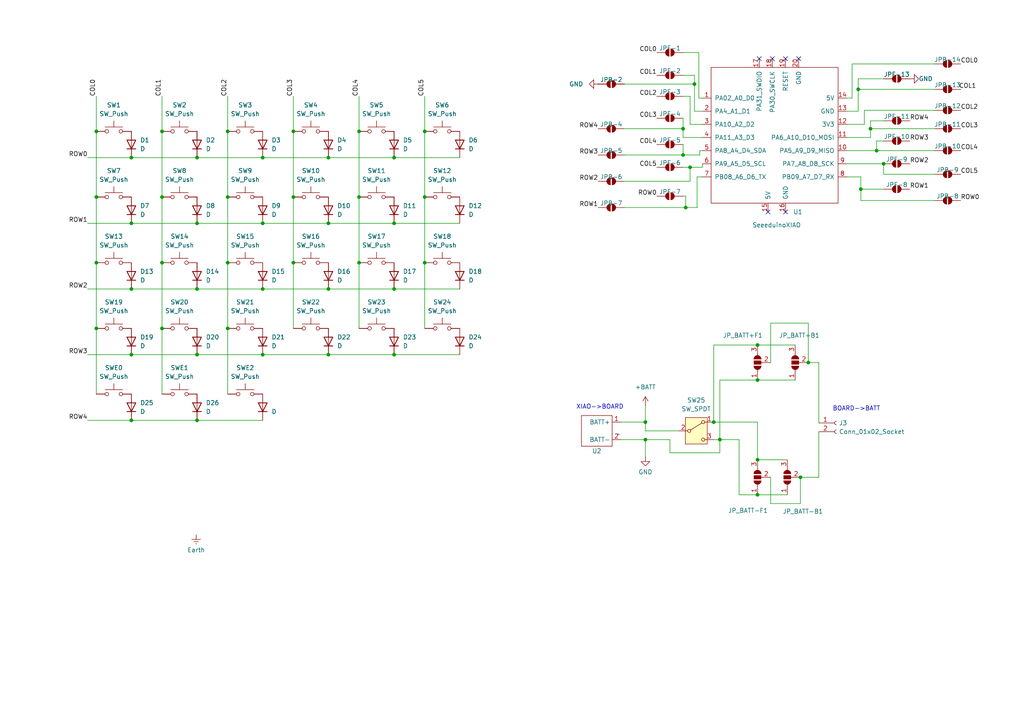
<source format=kicad_sch>
(kicad_sch (version 20231120) (generator "eeschema") (generator_version "8.0")
  (paper "A4")
  (lib_symbols
    (symbol "Connector:Conn_01x02_Socket" (pin_names (offset 1.016) hide)
      (property "Reference" "J" (at 0 2.54 0))
      (property "Value" "Conn_01x02_Socket" (at 0 -5.08 0))
      (symbol "Conn_01x02_Socket_1_1"
        (arc (start 0 -2.032) (mid -0.5058 -2.54) (end 0 -3.048) (stroke (width 0.1524)))
        (polyline (pts (xy -1.27 -2.54) (xy -0.508 -2.54)) (stroke (width 0.1524)))
        (polyline (pts (xy -1.27 0) (xy -0.508 0)) (stroke (width 0.1524)))
        (arc (start 0 0.508) (mid -0.5058 0) (end 0 -0.508) (stroke (width 0.1524)))
        (pin passive line (at -5.08 0 0) (length 3.81) (name "Pin_1") (number "1"))
        (pin passive line (at -5.08 -2.54 0) (length 3.81) (name "Pin_2") (number "2"))
      )
    )
    (symbol "Device:D" (pin_numbers hide) (pin_names (offset 1.016) hide)
      (property "Reference" "D" (at 0 2.54 0))
      (property "Value" "D" (at 0 -2.54 0))
      (symbol "D_0_1"
        (polyline (pts (xy -1.27 1.27) (xy -1.27 -1.27)) (stroke (width 0.254)))
        (polyline (pts (xy 1.27 0) (xy -1.27 0)))
        (polyline (pts (xy 1.27 1.27) (xy 1.27 -1.27) (xy -1.27 0) (xy 1.27 1.27)) (stroke (width 0.254)))
      )
      (symbol "D_1_1"
        (pin passive line (at -3.81 0 0) (length 2.54) (name "K") (number "1"))
        (pin passive line (at 3.81 0 180) (length 2.54) (name "A") (number "2"))
      )
    )
    (symbol "Jumper:SolderJumper_2_Open" (pin_numbers hide) (pin_names (offset 0) hide) (exclude_from_sim yes) (in_bom no)
      (property "Reference" "JP" (at 0 2.032 0))
      (property "Value" "SolderJumper_2_Open" (at 0 -2.54 0))
      (symbol "SolderJumper_2_Open_0_1"
        (arc (start -0.254 1.016) (mid -1.2656 0) (end -0.254 -1.016))
        (arc (start -0.254 1.016) (mid -1.2656 0) (end -0.254 -1.016) (fill (type outline)))
        (polyline (pts (xy -0.254 1.016) (xy -0.254 -1.016)))
        (polyline (pts (xy 0.254 1.016) (xy 0.254 -1.016)))
        (arc (start 0.254 -1.016) (mid 1.2656 0) (end 0.254 1.016))
        (arc (start 0.254 -1.016) (mid 1.2656 0) (end 0.254 1.016) (fill (type outline)))
      )
      (symbol "SolderJumper_2_Open_1_1"
        (pin passive line (at -3.81 0 0) (length 2.54) (name "A") (number "1"))
        (pin passive line (at 3.81 0 180) (length 2.54) (name "B") (number "2"))
      )
    )
    (symbol "Jumper:SolderJumper_3_Open" (pin_names (offset 0) hide) (exclude_from_sim yes) (in_bom no)
      (property "Reference" "JP" (at -2.54 -2.54 0))
      (property "Value" "SolderJumper_3_Open" (at 0 2.794 0))
      (symbol "SolderJumper_3_Open_0_1"
        (arc (start -1.016 1.016) (mid -2.0276 0) (end -1.016 -1.016))
        (arc (start -1.016 1.016) (mid -2.0276 0) (end -1.016 -1.016) (fill (type outline)))
        (rectangle (start -0.508 1.016) (end 0.508 -1.016) (fill (type outline)))
        (polyline (pts (xy -2.54 0) (xy -2.032 0)))
        (polyline (pts (xy -1.016 1.016) (xy -1.016 -1.016)))
        (polyline (pts (xy 0 -1.27) (xy 0 -1.016)))
        (polyline (pts (xy 1.016 1.016) (xy 1.016 -1.016)))
        (polyline (pts (xy 2.54 0) (xy 2.032 0)))
        (arc (start 1.016 -1.016) (mid 2.0276 0) (end 1.016 1.016))
        (arc (start 1.016 -1.016) (mid 2.0276 0) (end 1.016 1.016) (fill (type outline)))
      )
      (symbol "SolderJumper_3_Open_1_1"
        (pin passive line (at -5.08 0 0) (length 2.54) (name "A") (number "1"))
        (pin passive line (at 0 -3.81 90) (length 2.54) (name "C") (number "2"))
        (pin passive line (at 5.08 0 180) (length 2.54) (name "B") (number "3"))
      )
    )
    (symbol "Switch:SW_Push" (pin_numbers hide) (pin_names (offset 1.016) hide)
      (property "Reference" "SW" (at 1.27 2.54 0))
      (property "Value" "SW_Push" (at 0 -1.524 0))
      (symbol "SW_Push_0_1"
        (circle (center -2.032 0) (radius 0.508))
        (polyline (pts (xy 0 1.27) (xy 0 3.048)))
        (polyline (pts (xy 2.54 1.27) (xy -2.54 1.27)))
        (circle (center 2.032 0) (radius 0.508))
        (pin passive line (at -5.08 0 0) (length 2.54) (name "1") (number "1"))
        (pin passive line (at 5.08 0 180) (length 2.54) (name "2") (number "2"))
      )
    )
    (symbol "Switch:SW_SPDT" (pin_names (offset 0) hide)
      (property "Reference" "SW" (at 0 5.08 0))
      (property "Value" "SW_SPDT" (at 0 -5.08 0))
      (symbol "SW_SPDT_0_1"
        (circle (center -2.032 0) (radius 0.4572))
        (polyline (pts (xy -1.651 0.254) (xy 1.651 2.286)))
        (circle (center 2.032 -2.54) (radius 0.4572))
        (circle (center 2.032 2.54) (radius 0.4572))
      )
      (symbol "SW_SPDT_1_1"
        (rectangle (start -3.175 3.81) (end 3.175 -3.81) (fill (type background)))
        (pin passive line (at 5.08 2.54 180) (length 2.54) (name "A") (number "1"))
        (pin passive line (at -5.08 0 0) (length 2.54) (name "B") (number "2"))
        (pin passive line (at 5.08 -2.54 180) (length 2.54) (name "C") (number "3"))
      )
    )
    (symbol "XIAO_SeeedStudio:SeeeduinoXIAO" (pin_names (offset 1.016))
      (property "Reference" "U" (at -19.05 22.86 0))
      (property "Value" "SeeeduinoXIAO" (at -12.7 21.59 0))
      (symbol "SeeeduinoXIAO_0_1"
        (rectangle (start -19.05 20.32) (end 17.78 -19.05))
      )
      (symbol "SeeeduinoXIAO_1_1"
        (pin unspecified line (at -21.59 11.43 0) (length 2.54) (name "PA02_A0_D0") (number "1"))
        (pin unspecified line (at 20.32 -3.81 180) (length 2.54) (name "PA5_A9_D9_MISO") (number "10"))
        (pin unspecified line (at 20.32 0 180) (length 2.54) (name "PA6_A10_D10_MOSI") (number "11"))
        (pin unspecified line (at 20.32 3.81 180) (length 2.54) (name "3V3") (number "12"))
        (pin unspecified line (at 20.32 7.62 180) (length 2.54) (name "GND") (number "13"))
        (pin unspecified line (at 20.32 11.43 180) (length 2.54) (name "5V") (number "14"))
        (pin input line (at -2.54 -21.59 90) (length 2.54) (name "5V") (number "15"))
        (pin input line (at 2.54 -21.59 90) (length 2.54) (name "GND") (number "16"))
        (pin input line (at -5.08 22.86 270) (length 2.54) (name "PA31_SWDIO") (number "17"))
        (pin input line (at -1.27 22.86 270) (length 2.54) (name "PA30_SWCLK") (number "18"))
        (pin input line (at 2.54 22.86 270) (length 2.54) (name "RESET") (number "19"))
        (pin unspecified line (at -21.59 7.62 0) (length 2.54) (name "PA4_A1_D1") (number "2"))
        (pin input line (at 6.35 22.86 270) (length 2.54) (name "GND") (number "20"))
        (pin unspecified line (at -21.59 3.81 0) (length 2.54) (name "PA10_A2_D2") (number "3"))
        (pin unspecified line (at -21.59 0 0) (length 2.54) (name "PA11_A3_D3") (number "4"))
        (pin unspecified line (at -21.59 -3.81 0) (length 2.54) (name "PA8_A4_D4_SDA") (number "5"))
        (pin unspecified line (at -21.59 -7.62 0) (length 2.54) (name "PA9_A5_D5_SCL") (number "6"))
        (pin unspecified line (at -21.59 -11.43 0) (length 2.54) (name "PB08_A6_D6_TX") (number "7"))
        (pin unspecified line (at 20.32 -11.43 180) (length 2.54) (name "PB09_A7_D7_RX") (number "8"))
        (pin unspecified line (at 20.32 -7.62 180) (length 2.54) (name "PA7_A8_D8_SCK") (number "9"))
      )
    )
    (symbol "XIAO_SeeedStudio:XIAO2BATTBreakout"
      (property "Reference" "U" (at 0 -6.35 0))
      (symbol "XIAO2BATTBreakout_0_1"
        (rectangle (start -5.08 4.445) (end 3.81 -4.445))
      )
      (symbol "XIAO2BATTBreakout_1_1"
        (pin power_in line (at 6.35 2.54 180) (length 2.54) (name "BATT+") (number "1"))
        (pin power_in line (at 6.35 -2.54 180) (length 2.54) (name "BATT-") (number "2"))
      )
    )
    (symbol "power:+BATT" (power) (pin_numbers hide) (pin_names (offset 0) hide)
      (property "Value" "+BATT" (at 0 3.556 0))
      (symbol "+BATT_0_1"
        (polyline (pts (xy -0.762 1.27) (xy 0 2.54)))
        (polyline (pts (xy 0 0) (xy 0 2.54)))
        (polyline (pts (xy 0 2.54) (xy 0.762 1.27)))
      )
      (symbol "+BATT_1_1"
        (pin power_in line (at 0 0 90) (length 0) (name "~") (number "1"))
      )
    )
    (symbol "power:Earth" (power) (pin_numbers hide) (pin_names (offset 0) hide)
      (property "Value" "Earth" (at 0 -3.81 0))
      (symbol "Earth_0_1"
        (polyline (pts (xy -0.635 -1.905) (xy 0.635 -1.905)))
        (polyline (pts (xy -0.127 -2.54) (xy 0.127 -2.54)))
        (polyline (pts (xy 0 -1.27) (xy 0 0)))
        (polyline (pts (xy 1.27 -1.27) (xy -1.27 -1.27)))
      )
      (symbol "Earth_1_1"
        (pin power_in line (at 0 0 270) (length 0) (name "~") (number "1"))
      )
    )
    (symbol "power:GND" (power) (pin_numbers hide) (pin_names (offset 0) hide)
      (property "Value" "GND" (at 0 -3.81 0))
      (symbol "GND_0_1"
        (polyline (pts (xy 0 0) (xy 0 -1.27) (xy 1.27 -1.27) (xy 0 -2.54) (xy -1.27 -1.27) (xy 0 -1.27)))
      )
      (symbol "GND_1_1"
        (pin power_in line (at 0 0 270) (length 0) (name "~") (number "1"))
      )
    )
  )
  (junction (at 207.01 122.428))
  (junction (at 95.25 102.87))
  (junction (at 114.3 64.77))
  (junction (at 85.09 76.2))
  (junction (at 46.99 38.1))
  (junction (at 219.71 100.076))
  (junction (at 104.14 76.2))
  (junction (at 219.71 133.35))
  (junction (at 104.14 38.1))
  (junction (at 114.3 45.72))
  (junction (at 46.99 95.25))
  (junction (at 66.04 57.15))
  (junction (at 76.2 83.82))
  (junction (at 38.1 121.92))
  (junction (at 57.15 45.72))
  (junction (at 234.442 105.156))
  (junction (at 27.94 57.15))
  (junction (at 57.15 121.92))
  (junction (at 85.09 38.1))
  (junction (at 114.3 102.87))
  (junction (at 38.1 64.77))
  (junction (at 85.09 57.15))
  (junction (at 187.198 122.428))
  (junction (at 123.19 38.1))
  (junction (at 256.286 47.498))
  (junction (at 57.15 102.87))
  (junction (at 254.254 43.688))
  (junction (at 38.1 102.87))
  (junction (at 95.25 64.77))
  (junction (at 57.15 64.77))
  (junction (at 27.94 76.2))
  (junction (at 208.788 127.508))
  (junction (at 219.71 143.51))
  (junction (at 201.422 24.384))
  (junction (at 248.92 25.908))
  (junction (at 187.198 127.508))
  (junction (at 76.2 102.87))
  (junction (at 198.12 44.958))
  (junction (at 46.99 76.2))
  (junction (at 252.476 37.338))
  (junction (at 76.2 45.72))
  (junction (at 104.14 57.15))
  (junction (at 66.04 76.2))
  (junction (at 66.04 95.25))
  (junction (at 123.19 76.2))
  (junction (at 38.1 83.82))
  (junction (at 27.94 38.1))
  (junction (at 198.882 60.198))
  (junction (at 57.15 83.82))
  (junction (at 232.156 138.43))
  (junction (at 198.12 37.338))
  (junction (at 95.25 45.72))
  (junction (at 114.3 83.82))
  (junction (at 200.152 48.514))
  (junction (at 38.1 45.72))
  (junction (at 76.2 64.77))
  (junction (at 219.71 110.236))
  (junction (at 95.25 83.82))
  (junction (at 46.99 57.15))
  (junction (at 123.19 57.15))
  (junction (at 66.04 38.1))
  (junction (at 27.94 95.25))
  (junction (at 249.682 54.864))
  (no_connect (at 231.648 17.018))
  (no_connect (at 224.028 17.018))
  (no_connect (at 222.758 61.468))
  (no_connect (at 220.218 17.018))
  (no_connect (at 227.838 61.468))
  (no_connect (at 227.838 17.018))
  (wire (pts (xy 104.14 76.2) (xy 104.14 95.25)))
  (wire (pts (xy 201.422 32.258) (xy 203.708 32.258)))
  (wire (pts (xy 38.1 45.72) (xy 57.15 45.72)))
  (wire (pts (xy 25.4 102.87) (xy 38.1 102.87)))
  (wire (pts (xy 95.25 64.77) (xy 114.3 64.77)))
  (wire (pts (xy 207.01 100.076) (xy 207.01 122.428)))
  (wire (pts (xy 219.71 110.236) (xy 230.632 110.236)))
  (wire (pts (xy 223.52 93.726) (xy 234.442 93.726)))
  (wire (pts (xy 252.476 39.878) (xy 245.618 39.878)))
  (wire (pts (xy 214.376 143.51) (xy 219.71 143.51)))
  (wire (pts (xy 200.152 36.068) (xy 203.708 36.068)))
  (wire (pts (xy 25.4 83.82) (xy 38.1 83.82)))
  (wire (pts (xy 248.92 32.258) (xy 245.618 32.258)))
  (wire (pts (xy 237.49 125.222) (xy 237.49 138.43)))
  (wire (pts (xy 114.3 83.82) (xy 133.35 83.82)))
  (wire (pts (xy 57.15 102.87) (xy 76.2 102.87)))
  (wire (pts (xy 27.94 27.94) (xy 27.94 38.1)))
  (wire (pts (xy 38.1 83.82) (xy 57.15 83.82)))
  (wire (pts (xy 200.152 27.94) (xy 200.152 36.068)))
  (wire (pts (xy 237.49 105.156) (xy 237.49 122.682)))
  (wire (pts (xy 57.15 121.92) (xy 76.2 121.92)))
  (wire (pts (xy 202.692 15.24) (xy 202.692 28.448)))
  (wire (pts (xy 66.04 27.94) (xy 66.04 38.1)))
  (wire (pts (xy 196.85 124.968) (xy 187.198 124.968)))
  (wire (pts (xy 46.99 27.94) (xy 46.99 38.1)))
  (wire (pts (xy 248.92 25.908) (xy 248.92 32.258)))
  (wire (pts (xy 123.19 76.2) (xy 123.19 95.25)))
  (wire (pts (xy 25.4 121.92) (xy 38.1 121.92)))
  (wire (pts (xy 114.3 102.87) (xy 133.35 102.87)))
  (wire (pts (xy 27.94 76.2) (xy 27.94 95.25)))
  (wire (pts (xy 123.19 27.94) (xy 123.19 38.1)))
  (wire (pts (xy 27.94 95.25) (xy 27.94 114.3)))
  (wire (pts (xy 202.184 60.198) (xy 202.184 51.308)))
  (wire (pts (xy 46.99 38.1) (xy 46.99 57.15)))
  (wire (pts (xy 187.198 124.968) (xy 187.198 122.428)))
  (wire (pts (xy 208.788 110.236) (xy 208.788 127.508)))
  (wire (pts (xy 38.1 102.87) (xy 57.15 102.87)))
  (wire (pts (xy 198.12 48.514) (xy 200.152 48.514)))
  (wire (pts (xy 219.71 122.428) (xy 207.01 122.428)))
  (wire (pts (xy 271.018 50.546) (xy 256.286 50.546)))
  (wire (pts (xy 95.25 45.72) (xy 114.3 45.72)))
  (wire (pts (xy 198.882 56.896) (xy 198.12 56.896)))
  (wire (pts (xy 38.1 121.92) (xy 57.15 121.92)))
  (wire (pts (xy 85.09 76.2) (xy 85.09 95.25)))
  (wire (pts (xy 271.018 58.166) (xy 249.682 58.166)))
  (wire (pts (xy 198.12 41.91) (xy 198.12 44.958)))
  (wire (pts (xy 237.49 105.156) (xy 234.442 105.156)))
  (wire (pts (xy 247.142 18.542) (xy 247.142 28.448)))
  (wire (pts (xy 57.15 83.82) (xy 76.2 83.82)))
  (wire (pts (xy 252.476 37.338) (xy 252.476 39.878)))
  (wire (pts (xy 198.12 21.844) (xy 201.422 21.844)))
  (wire (pts (xy 237.49 138.43) (xy 232.156 138.43)))
  (wire (pts (xy 180.086 127.508) (xy 187.198 127.508)))
  (wire (pts (xy 208.788 131.318) (xy 208.788 127.508)))
  (wire (pts (xy 66.04 38.1) (xy 66.04 57.15)))
  (wire (pts (xy 104.14 27.94) (xy 104.14 38.1)))
  (wire (pts (xy 214.376 127.508) (xy 214.376 143.51)))
  (wire (pts (xy 252.476 35.052) (xy 256.286 35.052)))
  (wire (pts (xy 256.286 50.546) (xy 256.286 47.498)))
  (wire (pts (xy 181.102 37.338) (xy 198.12 37.338)))
  (wire (pts (xy 219.71 133.35) (xy 219.71 122.428)))
  (wire (pts (xy 201.422 21.844) (xy 201.422 24.384)))
  (wire (pts (xy 46.99 57.15) (xy 46.99 76.2)))
  (wire (pts (xy 223.52 146.05) (xy 232.156 146.05)))
  (wire (pts (xy 114.3 64.77) (xy 133.35 64.77)))
  (wire (pts (xy 278.13 25.908) (xy 278.638 25.908)))
  (wire (pts (xy 104.14 38.1) (xy 104.14 57.15)))
  (wire (pts (xy 27.94 57.15) (xy 27.94 76.2)))
  (wire (pts (xy 187.198 127.508) (xy 194.31 127.508)))
  (wire (pts (xy 202.946 43.688) (xy 203.708 43.688)))
  (wire (pts (xy 95.25 83.82) (xy 114.3 83.82)))
  (wire (pts (xy 85.09 27.94) (xy 85.09 38.1)))
  (wire (pts (xy 271.018 25.908) (xy 248.92 25.908)))
  (wire (pts (xy 104.14 57.15) (xy 104.14 76.2)))
  (wire (pts (xy 202.692 28.448) (xy 203.708 28.448)))
  (wire (pts (xy 85.09 57.15) (xy 85.09 76.2)))
  (wire (pts (xy 234.442 93.726) (xy 234.442 105.156)))
  (wire (pts (xy 198.882 56.896) (xy 198.882 60.198)))
  (wire (pts (xy 219.71 100.076) (xy 230.632 100.076)))
  (wire (pts (xy 250.698 32.004) (xy 271.018 32.004)))
  (wire (pts (xy 198.12 39.878) (xy 203.708 39.878)))
  (wire (pts (xy 38.1 64.77) (xy 57.15 64.77)))
  (wire (pts (xy 194.31 131.318) (xy 208.788 131.318)))
  (wire (pts (xy 249.682 58.166) (xy 249.682 54.864)))
  (wire (pts (xy 187.198 117.602) (xy 187.198 122.428)))
  (wire (pts (xy 57.15 45.72) (xy 76.2 45.72)))
  (wire (pts (xy 249.682 54.864) (xy 249.682 51.308)))
  (wire (pts (xy 200.152 27.94) (xy 198.12 27.94)))
  (wire (pts (xy 123.19 38.1) (xy 123.19 57.15)))
  (wire (pts (xy 202.184 51.308) (xy 203.708 51.308)))
  (wire (pts (xy 181.102 24.384) (xy 201.422 24.384)))
  (wire (pts (xy 223.52 93.726) (xy 223.52 105.156)))
  (wire (pts (xy 95.25 102.87) (xy 114.3 102.87)))
  (wire (pts (xy 203.708 48.514) (xy 203.708 47.498)))
  (wire (pts (xy 46.99 76.2) (xy 46.99 95.25)))
  (wire (pts (xy 219.71 110.236) (xy 208.788 110.236)))
  (wire (pts (xy 57.15 64.77) (xy 76.2 64.77)))
  (wire (pts (xy 245.618 43.688) (xy 254.254 43.688)))
  (wire (pts (xy 114.3 45.72) (xy 133.35 45.72)))
  (wire (pts (xy 250.698 32.004) (xy 250.698 36.068)))
  (wire (pts (xy 249.682 54.864) (xy 256.286 54.864)))
  (wire (pts (xy 252.476 35.052) (xy 252.476 37.338)))
  (wire (pts (xy 208.788 127.508) (xy 207.01 127.508)))
  (wire (pts (xy 85.09 38.1) (xy 85.09 57.15)))
  (wire (pts (xy 232.156 146.05) (xy 232.156 138.43)))
  (wire (pts (xy 76.2 83.82) (xy 95.25 83.82)))
  (wire (pts (xy 198.12 34.29) (xy 198.12 37.338)))
  (wire (pts (xy 76.2 64.77) (xy 95.25 64.77)))
  (wire (pts (xy 66.04 95.25) (xy 66.04 114.3)))
  (wire (pts (xy 200.152 48.514) (xy 203.708 48.514)))
  (wire (pts (xy 180.086 122.428) (xy 187.198 122.428)))
  (wire (pts (xy 202.946 44.958) (xy 202.946 43.688)))
  (wire (pts (xy 219.71 100.076) (xy 207.01 100.076)))
  (wire (pts (xy 76.2 45.72) (xy 95.25 45.72)))
  (wire (pts (xy 46.99 95.25) (xy 46.99 114.3)))
  (wire (pts (xy 271.018 43.688) (xy 254.254 43.688)))
  (wire (pts (xy 252.476 37.338) (xy 271.018 37.338)))
  (wire (pts (xy 245.618 51.308) (xy 249.682 51.308)))
  (wire (pts (xy 187.198 127.508) (xy 187.198 132.588)))
  (wire (pts (xy 25.4 64.77) (xy 38.1 64.77)))
  (wire (pts (xy 202.692 15.24) (xy 198.12 15.24)))
  (wire (pts (xy 66.04 57.15) (xy 66.04 76.2)))
  (wire (pts (xy 247.142 18.542) (xy 271.018 18.542)))
  (wire (pts (xy 198.882 60.198) (xy 202.184 60.198)))
  (wire (pts (xy 219.71 143.51) (xy 228.346 143.51)))
  (wire (pts (xy 194.31 127.508) (xy 194.31 131.318)))
  (wire (pts (xy 66.04 76.2) (xy 66.04 95.25)))
  (wire (pts (xy 254.254 40.894) (xy 254.254 43.688)))
  (wire (pts (xy 208.788 127.508) (xy 214.376 127.508)))
  (wire (pts (xy 248.92 25.908) (xy 248.92 22.86)))
  (wire (pts (xy 247.142 28.448) (xy 245.618 28.448)))
  (wire (pts (xy 181.102 60.198) (xy 198.882 60.198)))
  (wire (pts (xy 25.4 45.72) (xy 38.1 45.72)))
  (wire (pts (xy 198.12 44.958) (xy 202.946 44.958)))
  (wire (pts (xy 181.102 44.958) (xy 198.12 44.958)))
  (wire (pts (xy 248.92 22.86) (xy 256.286 22.86)))
  (wire (pts (xy 201.422 24.384) (xy 201.422 32.258)))
  (wire (pts (xy 245.618 36.068) (xy 250.698 36.068)))
  (wire (pts (xy 200.152 48.514) (xy 200.152 52.578)))
  (wire (pts (xy 223.52 138.43) (xy 223.52 146.05)))
  (wire (pts (xy 256.286 40.894) (xy 254.254 40.894)))
  (wire (pts (xy 76.2 102.87) (xy 95.25 102.87)))
  (wire (pts (xy 123.19 57.15) (xy 123.19 76.2)))
  (wire (pts (xy 198.12 37.338) (xy 198.12 39.878)))
  (wire (pts (xy 219.71 133.35) (xy 228.346 133.35)))
  (wire (pts (xy 27.94 38.1) (xy 27.94 57.15)))
  (wire (pts (xy 245.618 47.498) (xy 256.286 47.498)))
  (wire (pts (xy 200.152 52.578) (xy 181.102 52.578)))
  (text "XIAO->BOARD" (at 173.99 118.11 0) (effects (font (size 1.27 1.27))))
  (text "BOARD->BATT" (at 248.412 118.618 0) (effects (font (size 1.27 1.27))))
  (label "COL0" (at 27.94 27.94 90))
  (label "ROW3" (at 263.906 40.894 0))
  (label "ROW0" (at 190.5 56.896 180))
  (label "COL5" (at 123.19 27.94 90))
  (label "COL3" (at 190.5 34.29 180))
  (label "COL5" (at 190.5 48.514 180))
  (label "COL1" (at 190.5 21.844 180))
  (label "COL3" (at 85.09 27.94 90))
  (label "ROW2" (at 25.4 83.82 180))
  (label "COL2" (at 190.5 27.94 180))
  (label "ROW4" (at 25.4 121.92 180))
  (label "COL5" (at 278.638 50.546 0))
  (label "ROW2" (at 263.906 47.498 0))
  (label "ROW0" (at 25.4 45.72 180))
  (label "ROW2" (at 173.482 52.578 180))
  (label "COL4" (at 278.638 43.688 0))
  (label "ROW1" (at 173.482 60.198 180))
  (label "COL1" (at 278.13 25.908 0))
  (label "ROW3" (at 25.4 102.87 180))
  (label "COL1" (at 46.99 27.94 90))
  (label "ROW1" (at 25.4 64.77 180))
  (label "ROW4" (at 173.482 37.338 180))
  (label "ROW4" (at 263.906 35.052 0))
  (label "ROW0" (at 278.638 58.166 0))
  (label "COL4" (at 104.14 27.94 90))
  (label "ROW1" (at 263.906 54.864 0))
  (label "COL2" (at 66.04 27.94 90))
  (label "COL4" (at 190.5 41.91 180))
  (label "ROW3" (at 173.482 44.958 180))
  (label "COL0" (at 190.5 15.24 180))
  (label "COL0" (at 278.638 18.542 0))
  (label "COL3" (at 278.638 37.338 0))
  (label "COL2" (at 278.638 32.004 0))
  (symbol (lib_id "Connector:Conn_01x02_Socket") (at 242.57 122.682 0) (unit 1)
    (property "Reference" "J3" (at 243.332 122.6819 0) (effects (justify left)))
    (property "Value" "Conn_01x02_Socket" (at 243.332 125.2219 0) (effects (justify left)))
    (property "Footprint" "XIAO_SeeedStudio:JST_2P_PH_SideMount" (effects (hide yes)))
    (property "Description" "Generic connector, single row, 01x02, script generated" (effects (hide yes)))
  )
  (symbol (lib_id "Device:D") (at 57.15 41.91 90) (unit 1)
    (property "Reference" "D2" (at 59.69 40.6399 90) (effects (justify right)))
    (property "Value" "D" (at 59.69 43.1799 90) (effects (justify right)))
    (property "Footprint" "XIAO_SeeedStudio:1N4148_Diode" (effects (hide yes)))
    (property "Description" "Diode" (effects (hide yes)))
    (property "Sim.Device" "D" (effects (hide yes)))
    (property "Sim.Pins" "1=K 2=A" (effects (hide yes)))
  )
  (symbol (lib_id "Jumper:SolderJumper_2_Open") (at 194.31 48.514 0) (unit 1) (exclude_from_sim yes) (in_bom no)
    (property "Reference" "JPF-6" (at 194.31 47.244 0))
    (property "Value" "Jumper" (effects (hide yes)))
    (property "Footprint" "Jumper:SolderJumper-2_P1.3mm_Open_TrianglePad1.0x1.5mm" (effects (hide yes)))
    (property "Description" "Solder Jumper, 2-pole, open" (effects (hide yes)))
  )
  (symbol (lib_id "Switch:SW_Push") (at 90.17 57.15 0) (unit 1)
    (property "Reference" "SW10" (at 90.17 49.53 0))
    (property "Value" "SW_Push" (at 90.17 52.07 0))
    (property "Footprint" "MK_Switches:SW_PG1350_reversible" (effects (hide yes)))
    (property "Description" "Push button switch, generic, two pins" (effects (hide yes)))
  )
  (symbol (lib_id "Jumper:SolderJumper_2_Open") (at 260.096 35.052 0) (unit 1) (exclude_from_sim yes) (in_bom no)
    (property "Reference" "JPF-11" (at 260.096 33.782 0))
    (property "Value" "Jumper" (effects (hide yes)))
    (property "Footprint" "Jumper:SolderJumper-2_P1.3mm_Open_TrianglePad1.0x1.5mm" (effects (hide yes)))
    (property "Description" "Solder Jumper, 2-pole, open" (effects (hide yes)))
  )
  (symbol (lib_id "Switch:SW_Push") (at 109.22 57.15 0) (unit 1)
    (property "Reference" "SW11" (at 109.22 49.53 0))
    (property "Value" "SW_Push" (at 109.22 52.07 0))
    (property "Footprint" "MK_Switches:SW_PG1350_reversible" (effects (hide yes)))
    (property "Description" "Push button switch, generic, two pins" (effects (hide yes)))
  )
  (symbol (lib_id "Switch:SW_Push") (at 33.02 38.1 0) (unit 1)
    (property "Reference" "SW1" (at 33.02 30.48 0))
    (property "Value" "SW_Push" (at 33.02 33.02 0))
    (property "Footprint" "MK_Switches:SW_PG1350_reversible" (effects (hide yes)))
    (property "Description" "Push button switch, generic, two pins" (effects (hide yes)))
  )
  (symbol (lib_id "Device:D") (at 76.2 41.91 90) (unit 1)
    (property "Reference" "D3" (at 78.74 40.6399 90) (effects (justify right)))
    (property "Value" "D" (at 78.74 43.1799 90) (effects (justify right)))
    (property "Footprint" "XIAO_SeeedStudio:1N4148_Diode" (effects (hide yes)))
    (property "Description" "Diode" (effects (hide yes)))
    (property "Sim.Device" "D" (effects (hide yes)))
    (property "Sim.Pins" "1=K 2=A" (effects (hide yes)))
  )
  (symbol (lib_id "Device:D") (at 114.3 99.06 90) (unit 1)
    (property "Reference" "D23" (at 116.84 97.7899 90) (effects (justify right)))
    (property "Value" "D" (at 116.84 100.3299 90) (effects (justify right)))
    (property "Footprint" "XIAO_SeeedStudio:1N4148_Diode" (effects (hide yes)))
    (property "Description" "Diode" (effects (hide yes)))
    (property "Sim.Device" "D" (effects (hide yes)))
    (property "Sim.Pins" "1=K 2=A" (effects (hide yes)))
  )
  (symbol (lib_id "power:GND") (at 187.198 132.588 0) (unit 1)
    (property "Reference" "#PWR01" (effects (hide yes)))
    (property "Value" "GND" (at 187.198 136.906 0))
    (property "Description" "Power symbol creates a global label with name \"GND\" , ground" (effects (hide yes)))
  )
  (symbol (lib_id "Device:D") (at 133.35 80.01 90) (unit 1)
    (property "Reference" "D18" (at 135.89 78.7399 90) (effects (justify right)))
    (property "Value" "D" (at 135.89 81.2799 90) (effects (justify right)))
    (property "Footprint" "XIAO_SeeedStudio:1N4148_Diode" (effects (hide yes)))
    (property "Description" "Diode" (effects (hide yes)))
    (property "Sim.Device" "D" (effects (hide yes)))
    (property "Sim.Pins" "1=K 2=A" (effects (hide yes)))
  )
  (symbol (lib_id "Device:D") (at 76.2 99.06 90) (unit 1)
    (property "Reference" "D21" (at 78.74 97.7899 90) (effects (justify right)))
    (property "Value" "D" (at 78.74 100.3299 90) (effects (justify right)))
    (property "Footprint" "XIAO_SeeedStudio:1N4148_Diode" (effects (hide yes)))
    (property "Description" "Diode" (effects (hide yes)))
    (property "Sim.Device" "D" (effects (hide yes)))
    (property "Sim.Pins" "1=K 2=A" (effects (hide yes)))
  )
  (symbol (lib_id "Jumper:SolderJumper_2_Open") (at 177.292 60.198 0) (unit 1) (exclude_from_sim yes) (in_bom no)
    (property "Reference" "JPB-7" (at 177.292 58.928 0))
    (property "Value" "Jumper" (effects (hide yes)))
    (property "Footprint" "Jumper:SolderJumper-2_P1.3mm_Open_TrianglePad1.0x1.5mm" (effects (hide yes)))
    (property "Description" "Solder Jumper, 2-pole, open" (effects (hide yes)))
  )
  (symbol (lib_id "Switch:SW_Push") (at 90.17 76.2 0) (unit 1)
    (property "Reference" "SW16" (at 90.17 68.58 0))
    (property "Value" "SW_Push" (at 90.17 71.12 0))
    (property "Footprint" "MK_Switches:SW_PG1350_reversible" (effects (hide yes)))
    (property "Description" "Push button switch, generic, two pins" (effects (hide yes)))
  )
  (symbol (lib_id "Switch:SW_Push") (at 33.02 114.3 0) (unit 1)
    (property "Reference" "SWE0" (at 33.02 106.68 0))
    (property "Value" "SW_Push" (at 33.02 109.22 0))
    (property "Footprint" "Button_Switch_THT:SW_PUSH_6mm" (effects (hide yes)))
    (property "Description" "Push button switch, generic, two pins" (effects (hide yes)))
  )
  (symbol (lib_id "Switch:SW_Push") (at 52.07 38.1 0) (unit 1)
    (property "Reference" "SW2" (at 52.07 30.48 0))
    (property "Value" "SW_Push" (at 52.07 33.02 0))
    (property "Footprint" "MK_Switches:SW_PG1350_reversible" (effects (hide yes)))
    (property "Description" "Push button switch, generic, two pins" (effects (hide yes)))
  )
  (symbol (lib_id "Device:D") (at 114.3 80.01 90) (unit 1)
    (property "Reference" "D17" (at 116.84 78.7399 90) (effects (justify right)))
    (property "Value" "D" (at 116.84 81.2799 90) (effects (justify right)))
    (property "Footprint" "XIAO_SeeedStudio:1N4148_Diode" (effects (hide yes)))
    (property "Description" "Diode" (effects (hide yes)))
    (property "Sim.Device" "D" (effects (hide yes)))
    (property "Sim.Pins" "1=K 2=A" (effects (hide yes)))
  )
  (symbol (lib_id "Jumper:SolderJumper_3_Open") (at 219.71 105.156 90) (unit 1) (exclude_from_sim yes) (in_bom no)
    (property "Reference" "JP_BATT+F1" (at 221.234 97.282 90) (effects (justify left)))
    (property "Value" "SolderJumper_3_Open" (effects (hide yes)))
    (property "Footprint" "Jumper:SolderJumper-3_P1.3mm_Open_Pad1.0x1.5mm_NumberLabels" (effects (hide yes)))
    (property "Description" "Solder Jumper, 3-pole, open" (effects (hide yes)))
  )
  (symbol (lib_id "Jumper:SolderJumper_2_Open") (at 177.292 44.958 0) (unit 1) (exclude_from_sim yes) (in_bom no)
    (property "Reference" "JPB-5" (at 177.292 43.688 0))
    (property "Value" "Jumper" (effects (hide yes)))
    (property "Footprint" "Jumper:SolderJumper-2_P1.3mm_Open_TrianglePad1.0x1.5mm" (effects (hide yes)))
    (property "Description" "Solder Jumper, 2-pole, open" (effects (hide yes)))
  )
  (symbol (lib_id "power:+BATT") (at 187.198 117.602 0) (unit 1)
    (property "Reference" "#PWR02" (effects (hide yes)))
    (property "Value" "+BATT" (at 187.198 112.268 0))
    (property "Description" "Power symbol creates a global label with name \"+BATT\"" (effects (hide yes)))
  )
  (symbol (lib_id "Device:D") (at 76.2 60.96 90) (unit 1)
    (property "Reference" "D9" (at 78.74 59.6899 90) (effects (justify right)))
    (property "Value" "D" (at 78.74 62.2299 90) (effects (justify right)))
    (property "Footprint" "XIAO_SeeedStudio:1N4148_Diode" (effects (hide yes)))
    (property "Description" "Diode" (effects (hide yes)))
    (property "Sim.Device" "D" (effects (hide yes)))
    (property "Sim.Pins" "1=K 2=A" (effects (hide yes)))
  )
  (symbol (lib_id "Device:D") (at 76.2 118.11 90) (unit 1)
    (property "Reference" "D27" (effects (hide yes)))
    (property "Value" "D" (at 78.74 119.3799 90) (effects (justify right)))
    (property "Footprint" "XIAO_SeeedStudio:1N4148_Diode" (effects (hide yes)))
    (property "Description" "Diode" (effects (hide yes)))
    (property "Sim.Device" "D" (effects (hide yes)))
    (property "Sim.Pins" "1=K 2=A" (effects (hide yes)))
  )
  (symbol (lib_id "Jumper:SolderJumper_3_Open") (at 228.346 138.43 90) (unit 1) (exclude_from_sim yes) (in_bom no)
    (property "Reference" "JP_BATT-B1" (at 238.76 148.336 90) (effects (justify left)))
    (property "Value" "SolderJumper_3_Open" (effects (hide yes)))
    (property "Footprint" "Jumper:SolderJumper-3_P1.3mm_Open_Pad1.0x1.5mm_NumberLabels" (effects (hide yes)))
    (property "Description" "Solder Jumper, 3-pole, open" (effects (hide yes)))
  )
  (symbol (lib_id "Device:D") (at 57.15 80.01 90) (unit 1)
    (property "Reference" "D14" (at 59.69 78.7399 90) (effects (justify right)))
    (property "Value" "D" (at 59.69 81.2799 90) (effects (justify right)))
    (property "Footprint" "XIAO_SeeedStudio:1N4148_Diode" (effects (hide yes)))
    (property "Description" "Diode" (effects (hide yes)))
    (property "Sim.Device" "D" (effects (hide yes)))
    (property "Sim.Pins" "1=K 2=A" (effects (hide yes)))
  )
  (symbol (lib_id "Jumper:SolderJumper_2_Open") (at 274.828 37.338 0) (unit 1) (exclude_from_sim yes) (in_bom no)
    (property "Reference" "JPB-11" (at 274.828 36.068 0))
    (property "Value" "Jumper" (effects (hide yes)))
    (property "Footprint" "Jumper:SolderJumper-2_P1.3mm_Open_TrianglePad1.0x1.5mm" (effects (hide yes)))
    (property "Description" "Solder Jumper, 2-pole, open" (effects (hide yes)))
  )
  (symbol (lib_id "Device:D") (at 95.25 80.01 90) (unit 1)
    (property "Reference" "D16" (at 97.79 78.7399 90) (effects (justify right)))
    (property "Value" "D" (at 97.79 81.2799 90) (effects (justify right)))
    (property "Footprint" "XIAO_SeeedStudio:1N4148_Diode" (effects (hide yes)))
    (property "Description" "Diode" (effects (hide yes)))
    (property "Sim.Device" "D" (effects (hide yes)))
    (property "Sim.Pins" "1=K 2=A" (effects (hide yes)))
  )
  (symbol (lib_id "power:GND") (at 173.482 24.384 270) (unit 1)
    (property "Reference" "#PWR04" (effects (hide yes)))
    (property "Value" "GND" (at 169.164 24.3839 90) (effects (justify right)))
    (property "Description" "Power symbol creates a global label with name \"GND\" , ground" (effects (hide yes)))
  )
  (symbol (lib_id "Jumper:SolderJumper_2_Open") (at 194.31 15.24 0) (unit 1) (exclude_from_sim yes) (in_bom no)
    (property "Reference" "JPF-1" (at 194.31 13.97 0))
    (property "Value" "Jumper" (effects (hide yes)))
    (property "Footprint" "Jumper:SolderJumper-2_P1.3mm_Open_TrianglePad1.0x1.5mm" (effects (hide yes)))
    (property "Description" "Solder Jumper, 2-pole, open" (effects (hide yes)))
  )
  (symbol (lib_id "Switch:SW_Push") (at 128.27 57.15 0) (unit 1)
    (property "Reference" "SW12" (at 128.27 49.53 0))
    (property "Value" "SW_Push" (at 128.27 52.07 0))
    (property "Footprint" "MK_Switches:SW_PG1350_reversible" (effects (hide yes)))
    (property "Description" "Push button switch, generic, two pins" (effects (hide yes)))
  )
  (symbol (lib_id "Jumper:SolderJumper_2_Open") (at 177.292 24.384 0) (unit 1) (exclude_from_sim yes) (in_bom no)
    (property "Reference" "JPB-2" (at 177.292 23.114 0))
    (property "Value" "Jumper" (effects (hide yes)))
    (property "Footprint" "Jumper:SolderJumper-2_P1.3mm_Open_TrianglePad1.0x1.5mm" (effects (hide yes)))
    (property "Description" "Solder Jumper, 2-pole, open" (effects (hide yes)))
  )
  (symbol (lib_id "Switch:SW_Push") (at 90.17 95.25 0) (unit 1)
    (property "Reference" "SW22" (at 90.17 87.63 0))
    (property "Value" "SW_Push" (at 90.17 90.17 0))
    (property "Footprint" "MK_Switches:SW_PG1350_reversible" (effects (hide yes)))
    (property "Description" "Push button switch, generic, two pins" (effects (hide yes)))
  )
  (symbol (lib_id "Device:D") (at 114.3 41.91 90) (unit 1)
    (property "Reference" "D5" (at 116.84 40.6399 90) (effects (justify right)))
    (property "Value" "D" (at 116.84 43.1799 90) (effects (justify right)))
    (property "Footprint" "XIAO_SeeedStudio:1N4148_Diode" (effects (hide yes)))
    (property "Description" "Diode" (effects (hide yes)))
    (property "Sim.Device" "D" (effects (hide yes)))
    (property "Sim.Pins" "1=K 2=A" (effects (hide yes)))
  )
  (symbol (lib_id "Switch:SW_Push") (at 128.27 95.25 0) (unit 1)
    (property "Reference" "SW24" (at 128.27 87.63 0))
    (property "Value" "SW_Push" (at 128.27 90.17 0))
    (property "Footprint" "MK_Switches:SW_PG1350_reversible" (effects (hide yes)))
    (property "Description" "Push button switch, generic, two pins" (effects (hide yes)))
  )
  (symbol (lib_id "Switch:SW_Push") (at 71.12 95.25 0) (unit 1)
    (property "Reference" "SW21" (at 71.12 87.63 0))
    (property "Value" "SW_Push" (at 71.12 90.17 0))
    (property "Footprint" "MK_Switches:SW_PG1350_reversible" (effects (hide yes)))
    (property "Description" "Push button switch, generic, two pins" (effects (hide yes)))
  )
  (symbol (lib_id "Switch:SW_Push") (at 109.22 38.1 0) (unit 1)
    (property "Reference" "SW5" (at 109.22 30.48 0))
    (property "Value" "SW_Push" (at 109.22 33.02 0))
    (property "Footprint" "MK_Switches:SW_PG1350_reversible" (effects (hide yes)))
    (property "Description" "Push button switch, generic, two pins" (effects (hide yes)))
  )
  (symbol (lib_id "XIAO_SeeedStudio:SeeeduinoXIAO") (at 225.298 39.878 0) (unit 1)
    (property "Reference" "U1" (at 230.0321 61.468 0) (effects (justify left)))
    (property "Value" "SeeeduinoXIAO" (at 218.186 65.278 0) (effects (justify left)))
    (property "Footprint" "XIAO_SeeedStudio:Seeeduino XIAO-MOUDLE14P-2.54-21X17.8MM_ThroughHole" (effects (hide yes)))
  )
  (symbol (lib_id "Jumper:SolderJumper_2_Open") (at 274.828 18.542 0) (unit 1) (exclude_from_sim yes) (in_bom no)
    (property "Reference" "JPB-14" (at 274.828 17.272 0))
    (property "Value" "Jumper" (effects (hide yes)))
    (property "Footprint" "Jumper:SolderJumper-2_P1.3mm_Open_TrianglePad1.0x1.5mm" (effects (hide yes)))
    (property "Description" "Solder Jumper, 2-pole, open" (effects (hide yes)))
  )
  (symbol (lib_id "Jumper:SolderJumper_3_Open") (at 230.632 105.156 90) (unit 1) (exclude_from_sim yes) (in_bom no)
    (property "Reference" "JP_BATT+B1" (at 237.744 97.282 90) (effects (justify left)))
    (property "Value" "SolderJumper_3_Open" (effects (hide yes)))
    (property "Footprint" "Jumper:SolderJumper-3_P1.3mm_Open_Pad1.0x1.5mm_NumberLabels" (effects (hide yes)))
    (property "Description" "Solder Jumper, 3-pole, open" (effects (hide yes)))
  )
  (symbol (lib_id "Device:D") (at 95.25 99.06 90) (unit 1)
    (property "Reference" "D22" (at 97.79 97.7899 90) (effects (justify right)))
    (property "Value" "D" (at 97.79 100.3299 90) (effects (justify right)))
    (property "Footprint" "XIAO_SeeedStudio:1N4148_Diode" (effects (hide yes)))
    (property "Description" "Diode" (effects (hide yes)))
    (property "Sim.Device" "D" (effects (hide yes)))
    (property "Sim.Pins" "1=K 2=A" (effects (hide yes)))
  )
  (symbol (lib_id "Jumper:SolderJumper_2_Open") (at 194.31 21.844 0) (unit 1) (exclude_from_sim yes) (in_bom no)
    (property "Reference" "JPF-2" (at 194.31 20.574 0))
    (property "Value" "Jumper" (effects (hide yes)))
    (property "Footprint" "Jumper:SolderJumper-2_P1.3mm_Open_TrianglePad1.0x1.5mm" (effects (hide yes)))
    (property "Description" "Solder Jumper, 2-pole, open" (effects (hide yes)))
  )
  (symbol (lib_id "Jumper:SolderJumper_2_Open") (at 260.096 40.894 0) (unit 1) (exclude_from_sim yes) (in_bom no)
    (property "Reference" "JPF-10" (at 260.096 39.624 0))
    (property "Value" "Jumper" (effects (hide yes)))
    (property "Footprint" "Jumper:SolderJumper-2_P1.3mm_Open_TrianglePad1.0x1.5mm" (effects (hide yes)))
    (property "Description" "Solder Jumper, 2-pole, open" (effects (hide yes)))
  )
  (symbol (lib_id "Device:D") (at 57.15 118.11 90) (unit 1)
    (property "Reference" "D26" (at 59.69 116.8399 90) (effects (justify right)))
    (property "Value" "D" (at 59.69 119.3799 90) (effects (justify right)))
    (property "Footprint" "XIAO_SeeedStudio:1N4148_Diode" (effects (hide yes)))
    (property "Description" "Diode" (effects (hide yes)))
    (property "Sim.Device" "D" (effects (hide yes)))
    (property "Sim.Pins" "1=K 2=A" (effects (hide yes)))
  )
  (symbol (lib_id "Switch:SW_Push") (at 71.12 114.3 0) (unit 1)
    (property "Reference" "SWE2" (at 71.12 106.68 0))
    (property "Value" "SW_Push" (at 71.12 109.22 0))
    (property "Footprint" "Button_Switch_THT:SW_PUSH_6mm" (effects (hide yes)))
    (property "Description" "Push button switch, generic, two pins" (effects (hide yes)))
  )
  (symbol (lib_id "Device:D") (at 38.1 41.91 90) (unit 1)
    (property "Reference" "D1" (at 40.64 40.6399 90) (effects (justify right)))
    (property "Value" "D" (at 40.64 43.1799 90) (effects (justify right)))
    (property "Footprint" "XIAO_SeeedStudio:1N4148_Diode" (effects (hide yes)))
    (property "Description" "Diode" (effects (hide yes)))
    (property "Sim.Device" "D" (effects (hide yes)))
    (property "Sim.Pins" "1=K 2=A" (effects (hide yes)))
  )
  (symbol (lib_id "Jumper:SolderJumper_2_Open") (at 194.31 41.91 0) (unit 1) (exclude_from_sim yes) (in_bom no)
    (property "Reference" "JPF-5" (at 194.31 40.64 0))
    (property "Value" "Jumper" (effects (hide yes)))
    (property "Footprint" "Jumper:SolderJumper-2_P1.3mm_Open_TrianglePad1.0x1.5mm" (effects (hide yes)))
    (property "Description" "Solder Jumper, 2-pole, open" (effects (hide yes)))
  )
  (symbol (lib_id "Switch:SW_Push") (at 90.17 38.1 0) (unit 1)
    (property "Reference" "SW4" (at 90.17 30.48 0))
    (property "Value" "SW_Push" (at 90.17 33.02 0))
    (property "Footprint" "MK_Switches:SW_PG1350_reversible" (effects (hide yes)))
    (property "Description" "Push button switch, generic, two pins" (effects (hide yes)))
  )
  (symbol (lib_id "Jumper:SolderJumper_2_Open") (at 177.292 52.578 0) (unit 1) (exclude_from_sim yes) (in_bom no)
    (property "Reference" "JPB-6" (at 177.292 51.308 0))
    (property "Value" "Jumper" (effects (hide yes)))
    (property "Footprint" "Jumper:SolderJumper-2_P1.3mm_Open_TrianglePad1.0x1.5mm" (effects (hide yes)))
    (property "Description" "Solder Jumper, 2-pole, open" (effects (hide yes)))
  )
  (symbol (lib_id "Jumper:SolderJumper_2_Open") (at 177.292 37.338 0) (unit 1) (exclude_from_sim yes) (in_bom no)
    (property "Reference" "JPB-4" (at 177.292 36.068 0))
    (property "Value" "Jumper" (effects (hide yes)))
    (property "Footprint" "Jumper:SolderJumper-2_P1.3mm_Open_TrianglePad1.0x1.5mm" (effects (hide yes)))
    (property "Description" "Solder Jumper, 2-pole, open" (effects (hide yes)))
  )
  (symbol (lib_id "Jumper:SolderJumper_2_Open") (at 274.828 32.004 0) (unit 1) (exclude_from_sim yes) (in_bom no)
    (property "Reference" "JPB-12" (at 274.828 30.734 0))
    (property "Value" "Jumper" (effects (hide yes)))
    (property "Footprint" "Jumper:SolderJumper-2_P1.3mm_Open_TrianglePad1.0x1.5mm" (effects (hide yes)))
    (property "Description" "Solder Jumper, 2-pole, open" (effects (hide yes)))
  )
  (symbol (lib_id "Switch:SW_Push") (at 71.12 38.1 0) (unit 1)
    (property "Reference" "SW3" (at 71.12 30.48 0))
    (property "Value" "SW_Push" (at 71.12 33.02 0))
    (property "Footprint" "MK_Switches:SW_PG1350_reversible" (effects (hide yes)))
    (property "Description" "Push button switch, generic, two pins" (effects (hide yes)))
  )
  (symbol (lib_id "Switch:SW_Push") (at 33.02 57.15 0) (unit 1)
    (property "Reference" "SW7" (at 33.02 49.53 0))
    (property "Value" "SW_Push" (at 33.02 52.07 0))
    (property "Footprint" "MK_Switches:SW_PG1350_reversible" (effects (hide yes)))
    (property "Description" "Push button switch, generic, two pins" (effects (hide yes)))
  )
  (symbol (lib_id "Switch:SW_SPDT") (at 201.93 124.968 0) (unit 1)
    (property "Reference" "SW25" (at 201.93 116.078 0))
    (property "Value" "SW_SPDT" (at 201.93 118.618 0))
    (property "Footprint" "XIAO_SeeedStudio:SlideSwitch_IS-1245T-G" (effects (hide yes)))
    (property "Description" "Switch, single pole double throw" (effects (hide yes)))
  )
  (symbol (lib_id "Jumper:SolderJumper_2_Open") (at 274.828 43.688 0) (unit 1) (exclude_from_sim yes) (in_bom no)
    (property "Reference" "JPB-10" (at 274.828 42.418 0))
    (property "Value" "Jumper" (effects (hide yes)))
    (property "Footprint" "Jumper:SolderJumper-2_P1.3mm_Open_TrianglePad1.0x1.5mm" (effects (hide yes)))
    (property "Description" "Solder Jumper, 2-pole, open" (effects (hide yes)))
  )
  (symbol (lib_id "Switch:SW_Push") (at 128.27 38.1 0) (unit 1)
    (property "Reference" "SW6" (at 128.27 30.48 0))
    (property "Value" "SW_Push" (at 128.27 33.02 0))
    (property "Footprint" "MK_Switches:SW_PG1350_reversible" (effects (hide yes)))
    (property "Description" "Push button switch, generic, two pins" (effects (hide yes)))
  )
  (symbol (lib_id "Switch:SW_Push") (at 52.07 76.2 0) (unit 1)
    (property "Reference" "SW14" (at 52.07 68.58 0))
    (property "Value" "SW_Push" (at 52.07 71.12 0))
    (property "Footprint" "MK_Switches:SW_PG1350_reversible" (effects (hide yes)))
    (property "Description" "Push button switch, generic, two pins" (effects (hide yes)))
  )
  (symbol (lib_id "Device:D") (at 38.1 118.11 90) (unit 1)
    (property "Reference" "D25" (at 40.64 116.8399 90) (effects (justify right)))
    (property "Value" "D" (at 40.64 119.3799 90) (effects (justify right)))
    (property "Footprint" "XIAO_SeeedStudio:1N4148_Diode" (effects (hide yes)))
    (property "Description" "Diode" (effects (hide yes)))
    (property "Sim.Device" "D" (effects (hide yes)))
    (property "Sim.Pins" "1=K 2=A" (effects (hide yes)))
  )
  (symbol (lib_id "Switch:SW_Push") (at 52.07 114.3 0) (unit 1)
    (property "Reference" "SWE1" (at 52.07 106.68 0))
    (property "Value" "SW_Push" (at 52.07 109.22 0))
    (property "Footprint" "Button_Switch_THT:SW_PUSH_6mm" (effects (hide yes)))
    (property "Description" "Push button switch, generic, two pins" (effects (hide yes)))
  )
  (symbol (lib_id "Device:D") (at 133.35 60.96 90) (unit 1)
    (property "Reference" "D12" (at 135.89 59.6899 90) (effects (justify right)))
    (property "Value" "D" (at 135.89 62.2299 90) (effects (justify right)))
    (property "Footprint" "XIAO_SeeedStudio:1N4148_Diode" (effects (hide yes)))
    (property "Description" "Diode" (effects (hide yes)))
    (property "Sim.Device" "D" (effects (hide yes)))
    (property "Sim.Pins" "1=K 2=A" (effects (hide yes)))
  )
  (symbol (lib_id "XIAO_SeeedStudio:XIAO2BATTBreakout") (at 173.736 124.968 0) (unit 1)
    (property "Reference" "U2" (at 171.704 130.81 0) (effects (justify left)))
    (property "Value" "~" (at 178.816 125.9205 0) (effects (justify left)))
    (property "Footprint" "Connector_PinHeader_2.54mm:PinHeader_2x01_P2.54mm_Vertical" (effects (hide yes)))
  )
  (symbol (lib_id "Switch:SW_Push") (at 52.07 95.25 0) (unit 1)
    (property "Reference" "SW20" (at 52.07 87.63 0))
    (property "Value" "SW_Push" (at 52.07 90.17 0))
    (property "Footprint" "MK_Switches:SW_PG1350_reversible" (effects (hide yes)))
    (property "Description" "Push button switch, generic, two pins" (effects (hide yes)))
  )
  (symbol (lib_id "Jumper:SolderJumper_2_Open") (at 194.31 27.94 0) (unit 1) (exclude_from_sim yes) (in_bom no)
    (property "Reference" "JPF-3" (at 194.31 26.67 0))
    (property "Value" "Jumper" (effects (hide yes)))
    (property "Footprint" "Jumper:SolderJumper-2_P1.3mm_Open_TrianglePad1.0x1.5mm" (effects (hide yes)))
    (property "Description" "Solder Jumper, 2-pole, open" (effects (hide yes)))
  )
  (symbol (lib_id "Switch:SW_Push") (at 71.12 76.2 0) (unit 1)
    (property "Reference" "SW15" (at 71.12 68.58 0))
    (property "Value" "SW_Push" (at 71.12 71.12 0))
    (property "Footprint" "MK_Switches:SW_PG1350_reversible" (effects (hide yes)))
    (property "Description" "Push button switch, generic, two pins" (effects (hide yes)))
  )
  (symbol (lib_id "Jumper:SolderJumper_2_Open") (at 274.828 58.166 0) (unit 1) (exclude_from_sim yes) (in_bom no)
    (property "Reference" "JPB-8" (at 274.828 56.896 0))
    (property "Value" "Jumper" (effects (hide yes)))
    (property "Footprint" "Jumper:SolderJumper-2_P1.3mm_Open_TrianglePad1.0x1.5mm" (effects (hide yes)))
    (property "Description" "Solder Jumper, 2-pole, open" (effects (hide yes)))
  )
  (symbol (lib_id "Device:D") (at 76.2 80.01 90) (unit 1)
    (property "Reference" "D15" (at 78.74 78.7399 90) (effects (justify right)))
    (property "Value" "D" (at 78.74 81.2799 90) (effects (justify right)))
    (property "Footprint" "XIAO_SeeedStudio:1N4148_Diode" (effects (hide yes)))
    (property "Description" "Diode" (effects (hide yes)))
    (property "Sim.Device" "D" (effects (hide yes)))
    (property "Sim.Pins" "1=K 2=A" (effects (hide yes)))
  )
  (symbol (lib_id "Switch:SW_Push") (at 71.12 57.15 0) (unit 1)
    (property "Reference" "SW9" (at 71.12 49.53 0))
    (property "Value" "SW_Push" (at 71.12 52.07 0))
    (property "Footprint" "MK_Switches:SW_PG1350_reversible" (effects (hide yes)))
    (property "Description" "Push button switch, generic, two pins" (effects (hide yes)))
  )
  (symbol (lib_id "Device:D") (at 114.3 60.96 90) (unit 1)
    (property "Reference" "D11" (at 116.84 59.6899 90) (effects (justify right)))
    (property "Value" "D" (at 116.84 62.2299 90) (effects (justify right)))
    (property "Footprint" "XIAO_SeeedStudio:1N4148_Diode" (effects (hide yes)))
    (property "Description" "Diode" (effects (hide yes)))
    (property "Sim.Device" "D" (effects (hide yes)))
    (property "Sim.Pins" "1=K 2=A" (effects (hide yes)))
  )
  (symbol (lib_id "Jumper:SolderJumper_2_Open") (at 194.31 34.29 0) (unit 1) (exclude_from_sim yes) (in_bom no)
    (property "Reference" "JPF-4" (at 194.31 33.02 0))
    (property "Value" "Jumper" (effects (hide yes)))
    (property "Footprint" "Jumper:SolderJumper-2_P1.3mm_Open_TrianglePad1.0x1.5mm" (effects (hide yes)))
    (property "Description" "Solder Jumper, 2-pole, open" (effects (hide yes)))
  )
  (symbol (lib_id "Jumper:SolderJumper_2_Open") (at 274.828 50.546 0) (unit 1) (exclude_from_sim yes) (in_bom no)
    (property "Reference" "JPB-9" (at 274.828 49.276 0))
    (property "Value" "Jumper" (effects (hide yes)))
    (property "Footprint" "Jumper:SolderJumper-2_P1.3mm_Open_TrianglePad1.0x1.5mm" (effects (hide yes)))
    (property "Description" "Solder Jumper, 2-pole, open" (effects (hide yes)))
  )
  (symbol (lib_id "power:Earth") (at 56.896 155.194 0) (unit 1)
    (property "Reference" "#PWR05" (effects (hide yes)))
    (property "Value" "Earth" (at 56.896 159.512 0))
    (property "Description" "Power symbol creates a global label with name \"Earth\"" (effects (hide yes)))
  )
  (symbol (lib_id "Switch:SW_Push") (at 109.22 76.2 0) (unit 1)
    (property "Reference" "SW17" (at 109.22 68.58 0))
    (property "Value" "SW_Push" (at 109.22 71.12 0))
    (property "Footprint" "MK_Switches:SW_PG1350_reversible" (effects (hide yes)))
    (property "Description" "Push button switch, generic, two pins" (effects (hide yes)))
  )
  (symbol (lib_id "Device:D") (at 95.25 60.96 90) (unit 1)
    (property "Reference" "D10" (at 97.79 59.6899 90) (effects (justify right)))
    (property "Value" "D" (at 97.79 62.2299 90) (effects (justify right)))
    (property "Footprint" "XIAO_SeeedStudio:1N4148_Diode" (effects (hide yes)))
    (property "Description" "Diode" (effects (hide yes)))
    (property "Sim.Device" "D" (effects (hide yes)))
    (property "Sim.Pins" "1=K 2=A" (effects (hide yes)))
  )
  (symbol (lib_id "Device:D") (at 57.15 99.06 90) (unit 1)
    (property "Reference" "D20" (at 59.69 97.7899 90) (effects (justify right)))
    (property "Value" "D" (at 59.69 100.3299 90) (effects (justify right)))
    (property "Footprint" "XIAO_SeeedStudio:1N4148_Diode" (effects (hide yes)))
    (property "Description" "Diode" (effects (hide yes)))
    (property "Sim.Device" "D" (effects (hide yes)))
    (property "Sim.Pins" "1=K 2=A" (effects (hide yes)))
  )
  (symbol (lib_id "Switch:SW_Push") (at 52.07 57.15 0) (unit 1)
    (property "Reference" "SW8" (at 52.07 49.53 0))
    (property "Value" "SW_Push" (at 52.07 52.07 0))
    (property "Footprint" "MK_Switches:SW_PG1350_reversible" (effects (hide yes)))
    (property "Description" "Push button switch, generic, two pins" (effects (hide yes)))
  )
  (symbol (lib_id "Jumper:SolderJumper_2_Open") (at 274.828 25.908 0) (unit 1) (exclude_from_sim yes) (in_bom no)
    (property "Reference" "JPB-13" (at 274.828 24.638 0))
    (property "Value" "Jumper" (effects (hide yes)))
    (property "Footprint" "Jumper:SolderJumper-2_P1.3mm_Open_TrianglePad1.0x1.5mm" (effects (hide yes)))
    (property "Description" "Solder Jumper, 2-pole, open" (effects (hide yes)))
  )
  (symbol (lib_id "Switch:SW_Push") (at 33.02 76.2 0) (unit 1)
    (property "Reference" "SW13" (at 33.02 68.58 0))
    (property "Value" "SW_Push" (at 33.02 71.12 0))
    (property "Footprint" "MK_Switches:SW_PG1350_reversible" (effects (hide yes)))
    (property "Description" "Push button switch, generic, two pins" (effects (hide yes)))
  )
  (symbol (lib_id "Jumper:SolderJumper_2_Open") (at 260.096 47.498 0) (unit 1) (exclude_from_sim yes) (in_bom no)
    (property "Reference" "JPF-9" (at 260.096 46.228 0))
    (property "Value" "Jumper" (effects (hide yes)))
    (property "Footprint" "Jumper:SolderJumper-2_P1.3mm_Open_TrianglePad1.0x1.5mm" (effects (hide yes)))
    (property "Description" "Solder Jumper, 2-pole, open" (effects (hide yes)))
  )
  (symbol (lib_id "Device:D") (at 38.1 99.06 90) (unit 1)
    (property "Reference" "D19" (at 40.64 97.7899 90) (effects (justify right)))
    (property "Value" "D" (at 40.64 100.3299 90) (effects (justify right)))
    (property "Footprint" "XIAO_SeeedStudio:1N4148_Diode" (effects (hide yes)))
    (property "Description" "Diode" (effects (hide yes)))
    (property "Sim.Device" "D" (effects (hide yes)))
    (property "Sim.Pins" "1=K 2=A" (effects (hide yes)))
  )
  (symbol (lib_id "Switch:SW_Push") (at 109.22 95.25 0) (unit 1)
    (property "Reference" "SW23" (at 109.22 87.63 0))
    (property "Value" "SW_Push" (at 109.22 90.17 0))
    (property "Footprint" "MK_Switches:SW_PG1350_reversible" (effects (hide yes)))
    (property "Description" "Push button switch, generic, two pins" (effects (hide yes)))
  )
  (symbol (lib_id "Switch:SW_Push") (at 128.27 76.2 0) (unit 1)
    (property "Reference" "SW18" (at 128.27 68.58 0))
    (property "Value" "SW_Push" (at 128.27 71.12 0))
    (property "Footprint" "MK_Switches:SW_PG1350_reversible" (effects (hide yes)))
    (property "Description" "Push button switch, generic, two pins" (effects (hide yes)))
  )
  (symbol (lib_id "Switch:SW_Push") (at 33.02 95.25 0) (unit 1)
    (property "Reference" "SW19" (at 33.02 87.63 0))
    (property "Value" "SW_Push" (at 33.02 90.17 0))
    (property "Footprint" "MK_Switches:SW_PG1350_reversible" (effects (hide yes)))
    (property "Description" "Push button switch, generic, two pins" (effects (hide yes)))
  )
  (symbol (lib_id "Jumper:SolderJumper_2_Open") (at 260.096 54.864 0) (unit 1) (exclude_from_sim yes) (in_bom no)
    (property "Reference" "JPF-8" (at 260.096 53.594 0))
    (property "Value" "Jumper" (effects (hide yes)))
    (property "Footprint" "Jumper:SolderJumper-2_P1.3mm_Open_TrianglePad1.0x1.5mm" (effects (hide yes)))
    (property "Description" "Solder Jumper, 2-pole, open" (effects (hide yes)))
  )
  (symbol (lib_id "Jumper:SolderJumper_3_Open") (at 219.71 138.43 90) (unit 1) (exclude_from_sim yes) (in_bom no)
    (property "Reference" "JP_BATT-F1" (at 222.758 148.082 90) (effects (justify left)))
    (property "Value" "SolderJumper_3_Open" (effects (hide yes)))
    (property "Footprint" "Jumper:SolderJumper-3_P1.3mm_Open_Pad1.0x1.5mm_NumberLabels" (effects (hide yes)))
    (property "Description" "Solder Jumper, 3-pole, open" (effects (hide yes)))
  )
  (symbol (lib_id "Device:D") (at 133.35 99.06 90) (unit 1)
    (property "Reference" "D24" (at 135.89 97.7899 90) (effects (justify right)))
    (property "Value" "D" (at 135.89 100.3299 90) (effects (justify right)))
    (property "Footprint" "XIAO_SeeedStudio:1N4148_Diode" (effects (hide yes)))
    (property "Description" "Diode" (effects (hide yes)))
    (property "Sim.Device" "D" (effects (hide yes)))
    (property "Sim.Pins" "1=K 2=A" (effects (hide yes)))
  )
  (symbol (lib_id "power:GND") (at 263.906 22.86 90) (unit 1)
    (property "Reference" "#PWR03" (effects (hide yes)))
    (property "Value" "GND" (at 266.446 22.86 90) (effects (justify right)))
    (property "Description" "Power symbol creates a global label with name \"GND\" , ground" (effects (hide yes)))
  )
  (symbol (lib_id "Jumper:SolderJumper_2_Open") (at 260.096 22.86 0) (unit 1) (exclude_from_sim yes) (in_bom no)
    (property "Reference" "JPF-13" (at 260.096 21.59 0))
    (property "Value" "Jumper" (effects (hide yes)))
    (property "Footprint" "Jumper:SolderJumper-2_P1.3mm_Open_TrianglePad1.0x1.5mm" (effects (hide yes)))
    (property "Description" "Solder Jumper, 2-pole, open" (effects (hide yes)))
  )
  (symbol (lib_id "Device:D") (at 38.1 80.01 90) (unit 1)
    (property "Reference" "D13" (at 40.64 78.7399 90) (effects (justify right)))
    (property "Value" "D" (at 40.64 81.2799 90) (effects (justify right)))
    (property "Footprint" "XIAO_SeeedStudio:1N4148_Diode" (effects (hide yes)))
    (property "Description" "Diode" (effects (hide yes)))
    (property "Sim.Device" "D" (effects (hide yes)))
    (property "Sim.Pins" "1=K 2=A" (effects (hide yes)))
  )
  (symbol (lib_id "Device:D") (at 38.1 60.96 90) (unit 1)
    (property "Reference" "D7" (at 40.64 59.6899 90) (effects (justify right)))
    (property "Value" "D" (at 40.64 62.2299 90) (effects (justify right)))
    (property "Footprint" "XIAO_SeeedStudio:1N4148_Diode" (effects (hide yes)))
    (property "Description" "Diode" (effects (hide yes)))
    (property "Sim.Device" "D" (effects (hide yes)))
    (property "Sim.Pins" "1=K 2=A" (effects (hide yes)))
  )
  (symbol (lib_id "Device:D") (at 95.25 41.91 90) (unit 1)
    (property "Reference" "D4" (at 97.79 40.6399 90) (effects (justify right)))
    (property "Value" "D" (at 97.79 43.1799 90) (effects (justify right)))
    (property "Footprint" "XIAO_SeeedStudio:1N4148_Diode" (effects (hide yes)))
    (property "Description" "Diode" (effects (hide yes)))
    (property "Sim.Device" "D" (effects (hide yes)))
    (property "Sim.Pins" "1=K 2=A" (effects (hide yes)))
  )
  (symbol (lib_id "Device:D") (at 57.15 60.96 90) (unit 1)
    (property "Reference" "D8" (at 59.69 59.6899 90) (effects (justify right)))
    (property "Value" "D" (at 59.69 62.2299 90) (effects (justify right)))
    (property "Footprint" "XIAO_SeeedStudio:1N4148_Diode" (effects (hide yes)))
    (property "Description" "Diode" (effects (hide yes)))
    (property "Sim.Device" "D" (effects (hide yes)))
    (property "Sim.Pins" "1=K 2=A" (effects (hide yes)))
  )
  (symbol (lib_id "Device:D") (at 133.35 41.91 90) (unit 1)
    (property "Reference" "D6" (at 135.89 40.6399 90) (effects (justify right)))
    (property "Value" "D" (at 135.89 43.1799 90) (effects (justify right)))
    (property "Footprint" "XIAO_SeeedStudio:1N4148_Diode" (effects (hide yes)))
    (property "Description" "Diode" (effects (hide yes)))
    (property "Sim.Device" "D" (effects (hide yes)))
    (property "Sim.Pins" "1=K 2=A" (effects (hide yes)))
  )
  (symbol (lib_id "Jumper:SolderJumper_2_Open") (at 194.31 56.896 0) (unit 1) (exclude_from_sim yes) (in_bom no)
    (property "Reference" "JPF-7" (at 194.31 55.626 0))
    (property "Value" "Jumper" (effects (hide yes)))
    (property "Footprint" "Jumper:SolderJumper-2_P1.3mm_Open_TrianglePad1.0x1.5mm" (effects (hide yes)))
    (property "Description" "Solder Jumper, 2-pole, open" (effects (hide yes)))
  )
)
</source>
